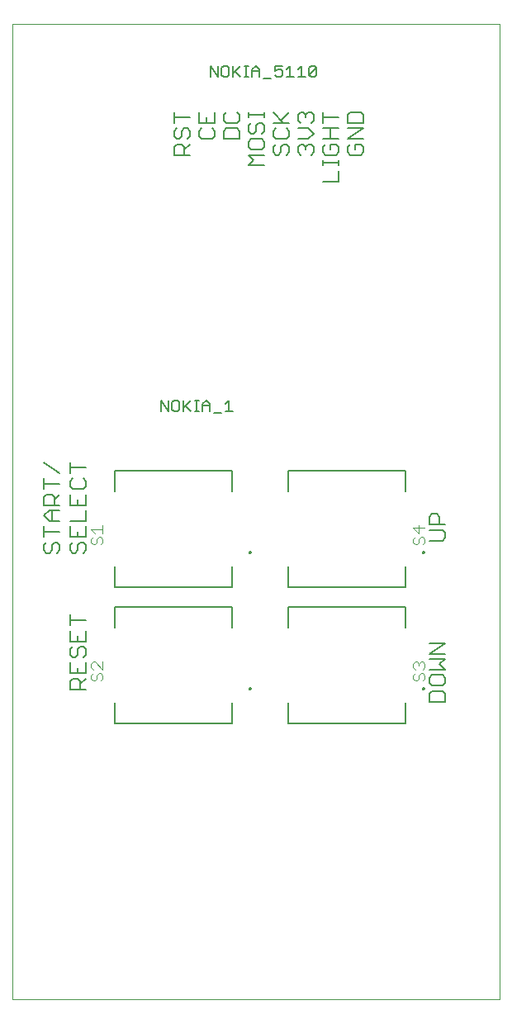
<source format=gto>
G75*
%MOIN*%
%OFA0B0*%
%FSLAX25Y25*%
%IPPOS*%
%LPD*%
%AMOC8*
5,1,8,0,0,1.08239X$1,22.5*
%
%ADD10C,0.00000*%
%ADD11C,0.00600*%
%ADD12C,0.00500*%
%ADD13C,0.00787*%
%ADD14C,0.00400*%
D10*
X0052595Y0023933D02*
X0052595Y0417634D01*
X0249446Y0417634D01*
X0249446Y0023933D01*
X0052595Y0023933D01*
D11*
X0075890Y0149233D02*
X0075890Y0152436D01*
X0076957Y0153503D01*
X0079092Y0153503D01*
X0080160Y0152436D01*
X0080160Y0149233D01*
X0082295Y0149233D02*
X0075890Y0149233D01*
X0075890Y0155679D02*
X0082295Y0155679D01*
X0082295Y0159949D01*
X0081228Y0162124D02*
X0082295Y0163192D01*
X0082295Y0165327D01*
X0081228Y0166394D01*
X0080160Y0166394D01*
X0079092Y0165327D01*
X0079092Y0163192D01*
X0078025Y0162124D01*
X0076957Y0162124D01*
X0075890Y0163192D01*
X0075890Y0165327D01*
X0076957Y0166394D01*
X0075890Y0168570D02*
X0082295Y0168570D01*
X0082295Y0172840D01*
X0079092Y0170705D02*
X0079092Y0168570D01*
X0075890Y0168570D02*
X0075890Y0172840D01*
X0075890Y0175015D02*
X0075890Y0179285D01*
X0075890Y0177150D02*
X0082295Y0177150D01*
X0075890Y0159949D02*
X0075890Y0155679D01*
X0079092Y0155679D02*
X0079092Y0157814D01*
X0082295Y0153503D02*
X0080160Y0151368D01*
X0081228Y0204233D02*
X0082295Y0205301D01*
X0082295Y0207436D01*
X0081228Y0208503D01*
X0080160Y0208503D01*
X0079092Y0207436D01*
X0079092Y0205301D01*
X0078025Y0204233D01*
X0076957Y0204233D01*
X0075890Y0205301D01*
X0075890Y0207436D01*
X0076957Y0208503D01*
X0075890Y0210679D02*
X0082295Y0210679D01*
X0082295Y0214949D01*
X0082295Y0217124D02*
X0082295Y0221394D01*
X0082295Y0223570D02*
X0082295Y0227840D01*
X0081228Y0230015D02*
X0082295Y0231083D01*
X0082295Y0233218D01*
X0081228Y0234285D01*
X0081228Y0230015D02*
X0076957Y0230015D01*
X0075890Y0231083D01*
X0075890Y0233218D01*
X0076957Y0234285D01*
X0075890Y0236461D02*
X0075890Y0240731D01*
X0075890Y0238596D02*
X0082295Y0238596D01*
X0075890Y0227840D02*
X0075890Y0223570D01*
X0082295Y0223570D01*
X0079092Y0223570D02*
X0079092Y0225705D01*
X0071795Y0227840D02*
X0069660Y0225705D01*
X0069660Y0226772D02*
X0069660Y0223570D01*
X0071795Y0223570D02*
X0065390Y0223570D01*
X0065390Y0226772D01*
X0066457Y0227840D01*
X0068592Y0227840D01*
X0069660Y0226772D01*
X0068592Y0221394D02*
X0068592Y0217124D01*
X0067525Y0217124D02*
X0065390Y0219259D01*
X0067525Y0221394D01*
X0071795Y0221394D01*
X0071795Y0217124D02*
X0067525Y0217124D01*
X0065390Y0214949D02*
X0065390Y0210679D01*
X0065390Y0212814D02*
X0071795Y0212814D01*
X0070728Y0208503D02*
X0071795Y0207436D01*
X0071795Y0205301D01*
X0070728Y0204233D01*
X0068592Y0205301D02*
X0068592Y0207436D01*
X0069660Y0208503D01*
X0070728Y0208503D01*
X0068592Y0205301D02*
X0067525Y0204233D01*
X0066457Y0204233D01*
X0065390Y0205301D01*
X0065390Y0207436D01*
X0066457Y0208503D01*
X0075890Y0210679D02*
X0075890Y0214949D01*
X0075890Y0217124D02*
X0082295Y0217124D01*
X0079092Y0212814D02*
X0079092Y0210679D01*
X0071795Y0232150D02*
X0065390Y0232150D01*
X0065390Y0230015D02*
X0065390Y0234285D01*
X0065390Y0240731D02*
X0071795Y0236461D01*
X0147890Y0360600D02*
X0150025Y0362735D01*
X0147890Y0364870D01*
X0154295Y0364870D01*
X0153228Y0367045D02*
X0154295Y0368113D01*
X0154295Y0370248D01*
X0153228Y0371315D01*
X0148957Y0371315D01*
X0147890Y0370248D01*
X0147890Y0368113D01*
X0148957Y0367045D01*
X0153228Y0367045D01*
X0153228Y0373491D02*
X0154295Y0374558D01*
X0154295Y0376693D01*
X0153228Y0377761D01*
X0152160Y0377761D01*
X0151092Y0376693D01*
X0151092Y0374558D01*
X0150025Y0373491D01*
X0148957Y0373491D01*
X0147890Y0374558D01*
X0147890Y0376693D01*
X0148957Y0377761D01*
X0147890Y0379936D02*
X0147890Y0382071D01*
X0147890Y0381004D02*
X0154295Y0381004D01*
X0154295Y0382071D02*
X0154295Y0379936D01*
X0157890Y0382058D02*
X0162160Y0377788D01*
X0161092Y0378855D02*
X0164295Y0382058D01*
X0167890Y0380990D02*
X0167890Y0378855D01*
X0168957Y0377788D01*
X0167890Y0375612D02*
X0172160Y0375612D01*
X0174295Y0373477D01*
X0172160Y0371342D01*
X0167890Y0371342D01*
X0168957Y0369167D02*
X0167890Y0368099D01*
X0167890Y0365964D01*
X0168957Y0364897D01*
X0171092Y0367032D02*
X0171092Y0368099D01*
X0172160Y0369167D01*
X0173228Y0369167D01*
X0174295Y0368099D01*
X0174295Y0365964D01*
X0173228Y0364897D01*
X0171092Y0368099D02*
X0170025Y0369167D01*
X0168957Y0369167D01*
X0164295Y0368099D02*
X0164295Y0365964D01*
X0163228Y0364897D01*
X0161092Y0365964D02*
X0161092Y0368099D01*
X0162160Y0369167D01*
X0163228Y0369167D01*
X0164295Y0368099D01*
X0163228Y0371342D02*
X0164295Y0372410D01*
X0164295Y0374545D01*
X0163228Y0375612D01*
X0164295Y0377788D02*
X0157890Y0377788D01*
X0158957Y0375612D02*
X0157890Y0374545D01*
X0157890Y0372410D01*
X0158957Y0371342D01*
X0163228Y0371342D01*
X0158957Y0369167D02*
X0157890Y0368099D01*
X0157890Y0365964D01*
X0158957Y0364897D01*
X0160025Y0364897D01*
X0161092Y0365964D01*
X0154295Y0360600D02*
X0147890Y0360600D01*
X0144295Y0371342D02*
X0137890Y0371342D01*
X0137890Y0374545D01*
X0138957Y0375612D01*
X0143228Y0375612D01*
X0144295Y0374545D01*
X0144295Y0371342D01*
X0143228Y0377788D02*
X0144295Y0378855D01*
X0144295Y0380990D01*
X0143228Y0382058D01*
X0143228Y0377788D02*
X0138957Y0377788D01*
X0137890Y0378855D01*
X0137890Y0380990D01*
X0138957Y0382058D01*
X0134295Y0382058D02*
X0134295Y0377788D01*
X0127890Y0377788D01*
X0127890Y0382058D01*
X0131092Y0379923D02*
X0131092Y0377788D01*
X0128957Y0375612D02*
X0127890Y0374545D01*
X0127890Y0372410D01*
X0128957Y0371342D01*
X0133228Y0371342D01*
X0134295Y0372410D01*
X0134295Y0374545D01*
X0133228Y0375612D01*
X0124295Y0374545D02*
X0124295Y0372410D01*
X0123228Y0371342D01*
X0121092Y0372410D02*
X0121092Y0374545D01*
X0122160Y0375612D01*
X0123228Y0375612D01*
X0124295Y0374545D01*
X0121092Y0372410D02*
X0120025Y0371342D01*
X0118957Y0371342D01*
X0117890Y0372410D01*
X0117890Y0374545D01*
X0118957Y0375612D01*
X0117890Y0377788D02*
X0117890Y0382058D01*
X0117890Y0379923D02*
X0124295Y0379923D01*
X0124295Y0369167D02*
X0122160Y0367032D01*
X0122160Y0368099D02*
X0122160Y0364897D01*
X0124295Y0364897D02*
X0117890Y0364897D01*
X0117890Y0368099D01*
X0118957Y0369167D01*
X0121092Y0369167D01*
X0122160Y0368099D01*
X0167890Y0380990D02*
X0168957Y0382058D01*
X0170025Y0382058D01*
X0171092Y0380990D01*
X0172160Y0382058D01*
X0173228Y0382058D01*
X0174295Y0380990D01*
X0174295Y0378855D01*
X0173228Y0377788D01*
X0171092Y0379923D02*
X0171092Y0380990D01*
X0177890Y0379923D02*
X0184295Y0379923D01*
X0187890Y0380990D02*
X0187890Y0377788D01*
X0194295Y0377788D01*
X0194295Y0380990D01*
X0193228Y0382058D01*
X0188957Y0382058D01*
X0187890Y0380990D01*
X0187890Y0375612D02*
X0194295Y0375612D01*
X0187890Y0371342D01*
X0194295Y0371342D01*
X0193228Y0369167D02*
X0191092Y0369167D01*
X0191092Y0367032D01*
X0188957Y0369167D02*
X0187890Y0368099D01*
X0187890Y0365964D01*
X0188957Y0364897D01*
X0193228Y0364897D01*
X0194295Y0365964D01*
X0194295Y0368099D01*
X0193228Y0369167D01*
X0184295Y0368099D02*
X0184295Y0365964D01*
X0183228Y0364897D01*
X0178957Y0364897D01*
X0177890Y0365964D01*
X0177890Y0368099D01*
X0178957Y0369167D01*
X0181092Y0369167D02*
X0181092Y0367032D01*
X0181092Y0369167D02*
X0183228Y0369167D01*
X0184295Y0368099D01*
X0184295Y0371342D02*
X0177890Y0371342D01*
X0181092Y0371342D02*
X0181092Y0375612D01*
X0177890Y0375612D02*
X0184295Y0375612D01*
X0177890Y0377788D02*
X0177890Y0382058D01*
X0177890Y0362735D02*
X0177890Y0360600D01*
X0177890Y0361667D02*
X0184295Y0361667D01*
X0184295Y0360600D02*
X0184295Y0362735D01*
X0184295Y0358424D02*
X0184295Y0354154D01*
X0177890Y0354154D01*
X0221957Y0219949D02*
X0224092Y0219949D01*
X0225160Y0218881D01*
X0225160Y0215679D01*
X0227295Y0215679D02*
X0220890Y0215679D01*
X0220890Y0218881D01*
X0221957Y0219949D01*
X0220890Y0213503D02*
X0226228Y0213503D01*
X0227295Y0212436D01*
X0227295Y0210301D01*
X0226228Y0209233D01*
X0220890Y0209233D01*
X0220890Y0167840D02*
X0227295Y0167840D01*
X0220890Y0163570D01*
X0227295Y0163570D01*
X0227295Y0161394D02*
X0220890Y0161394D01*
X0220890Y0157124D02*
X0227295Y0157124D01*
X0225160Y0159259D01*
X0227295Y0161394D01*
X0226228Y0154949D02*
X0221957Y0154949D01*
X0220890Y0153881D01*
X0220890Y0151746D01*
X0221957Y0150679D01*
X0226228Y0150679D01*
X0227295Y0151746D01*
X0227295Y0153881D01*
X0226228Y0154949D01*
X0226228Y0148503D02*
X0221957Y0148503D01*
X0220890Y0147436D01*
X0220890Y0144233D01*
X0227295Y0144233D01*
X0227295Y0147436D01*
X0226228Y0148503D01*
D12*
X0141637Y0261383D02*
X0138634Y0261383D01*
X0140135Y0261383D02*
X0140135Y0265887D01*
X0138634Y0264386D01*
X0137033Y0260632D02*
X0134030Y0260632D01*
X0132429Y0261383D02*
X0132429Y0264386D01*
X0130927Y0265887D01*
X0129426Y0264386D01*
X0129426Y0261383D01*
X0127858Y0261383D02*
X0126357Y0261383D01*
X0127108Y0261383D02*
X0127108Y0265887D01*
X0127858Y0265887D02*
X0126357Y0265887D01*
X0124756Y0265887D02*
X0121753Y0262884D01*
X0122504Y0263635D02*
X0124756Y0261383D01*
X0121753Y0261383D02*
X0121753Y0265887D01*
X0120152Y0265136D02*
X0119401Y0265887D01*
X0117900Y0265887D01*
X0117149Y0265136D01*
X0117149Y0262134D01*
X0117900Y0261383D01*
X0119401Y0261383D01*
X0120152Y0262134D01*
X0120152Y0265136D01*
X0115548Y0265887D02*
X0115548Y0261383D01*
X0112545Y0265887D01*
X0112545Y0261383D01*
X0129426Y0263635D02*
X0132429Y0263635D01*
X0132545Y0396383D02*
X0132545Y0400887D01*
X0135548Y0396383D01*
X0135548Y0400887D01*
X0137149Y0400136D02*
X0137149Y0397134D01*
X0137900Y0396383D01*
X0139401Y0396383D01*
X0140152Y0397134D01*
X0140152Y0400136D01*
X0139401Y0400887D01*
X0137900Y0400887D01*
X0137149Y0400136D01*
X0141753Y0400887D02*
X0141753Y0396383D01*
X0141753Y0397884D02*
X0144756Y0400887D01*
X0146357Y0400887D02*
X0147858Y0400887D01*
X0147108Y0400887D02*
X0147108Y0396383D01*
X0147858Y0396383D02*
X0146357Y0396383D01*
X0144756Y0396383D02*
X0142504Y0398635D01*
X0149426Y0398635D02*
X0152429Y0398635D01*
X0152429Y0399386D02*
X0152429Y0396383D01*
X0154030Y0395632D02*
X0157033Y0395632D01*
X0158634Y0397134D02*
X0159385Y0396383D01*
X0160886Y0396383D01*
X0161637Y0397134D01*
X0161637Y0398635D01*
X0160886Y0399386D01*
X0160135Y0399386D01*
X0158634Y0398635D01*
X0158634Y0400887D01*
X0161637Y0400887D01*
X0163238Y0399386D02*
X0164739Y0400887D01*
X0164739Y0396383D01*
X0163238Y0396383D02*
X0166241Y0396383D01*
X0167842Y0396383D02*
X0170844Y0396383D01*
X0169343Y0396383D02*
X0169343Y0400887D01*
X0167842Y0399386D01*
X0172446Y0400136D02*
X0172446Y0397134D01*
X0175448Y0400136D01*
X0175448Y0397134D01*
X0174698Y0396383D01*
X0173196Y0396383D01*
X0172446Y0397134D01*
X0172446Y0400136D02*
X0173196Y0400887D01*
X0174698Y0400887D01*
X0175448Y0400136D01*
X0152429Y0399386D02*
X0150927Y0400887D01*
X0149426Y0399386D01*
X0149426Y0396383D01*
D13*
X0141217Y0237555D02*
X0093973Y0237555D01*
X0093973Y0229087D01*
X0093973Y0198780D02*
X0093973Y0190311D01*
X0141217Y0190311D01*
X0141217Y0198780D01*
X0148197Y0204547D02*
X0148199Y0204583D01*
X0148205Y0204618D01*
X0148215Y0204652D01*
X0148228Y0204685D01*
X0148245Y0204716D01*
X0148265Y0204745D01*
X0148288Y0204772D01*
X0148315Y0204796D01*
X0148343Y0204817D01*
X0148374Y0204835D01*
X0148407Y0204849D01*
X0148441Y0204860D01*
X0148476Y0204867D01*
X0148511Y0204870D01*
X0148547Y0204869D01*
X0148582Y0204864D01*
X0148616Y0204855D01*
X0148650Y0204843D01*
X0148681Y0204827D01*
X0148711Y0204807D01*
X0148739Y0204785D01*
X0148764Y0204759D01*
X0148785Y0204731D01*
X0148804Y0204701D01*
X0148819Y0204669D01*
X0148831Y0204635D01*
X0148839Y0204600D01*
X0148843Y0204565D01*
X0148843Y0204529D01*
X0148839Y0204494D01*
X0148831Y0204459D01*
X0148819Y0204425D01*
X0148804Y0204393D01*
X0148785Y0204363D01*
X0148764Y0204335D01*
X0148739Y0204309D01*
X0148711Y0204287D01*
X0148682Y0204267D01*
X0148650Y0204251D01*
X0148616Y0204239D01*
X0148582Y0204230D01*
X0148547Y0204225D01*
X0148511Y0204224D01*
X0148476Y0204227D01*
X0148441Y0204234D01*
X0148407Y0204245D01*
X0148374Y0204259D01*
X0148343Y0204277D01*
X0148315Y0204298D01*
X0148288Y0204322D01*
X0148265Y0204349D01*
X0148245Y0204378D01*
X0148228Y0204409D01*
X0148215Y0204442D01*
X0148205Y0204476D01*
X0148199Y0204511D01*
X0148197Y0204547D01*
X0141217Y0182555D02*
X0141217Y0174087D01*
X0141217Y0182555D02*
X0093973Y0182555D01*
X0093973Y0174087D01*
X0093973Y0143780D02*
X0093973Y0135311D01*
X0141217Y0135311D01*
X0141217Y0143780D01*
X0148197Y0149547D02*
X0148199Y0149583D01*
X0148205Y0149618D01*
X0148215Y0149652D01*
X0148228Y0149685D01*
X0148245Y0149716D01*
X0148265Y0149745D01*
X0148288Y0149772D01*
X0148315Y0149796D01*
X0148343Y0149817D01*
X0148374Y0149835D01*
X0148407Y0149849D01*
X0148441Y0149860D01*
X0148476Y0149867D01*
X0148511Y0149870D01*
X0148547Y0149869D01*
X0148582Y0149864D01*
X0148616Y0149855D01*
X0148650Y0149843D01*
X0148681Y0149827D01*
X0148711Y0149807D01*
X0148739Y0149785D01*
X0148764Y0149759D01*
X0148785Y0149731D01*
X0148804Y0149701D01*
X0148819Y0149669D01*
X0148831Y0149635D01*
X0148839Y0149600D01*
X0148843Y0149565D01*
X0148843Y0149529D01*
X0148839Y0149494D01*
X0148831Y0149459D01*
X0148819Y0149425D01*
X0148804Y0149393D01*
X0148785Y0149363D01*
X0148764Y0149335D01*
X0148739Y0149309D01*
X0148711Y0149287D01*
X0148682Y0149267D01*
X0148650Y0149251D01*
X0148616Y0149239D01*
X0148582Y0149230D01*
X0148547Y0149225D01*
X0148511Y0149224D01*
X0148476Y0149227D01*
X0148441Y0149234D01*
X0148407Y0149245D01*
X0148374Y0149259D01*
X0148343Y0149277D01*
X0148315Y0149298D01*
X0148288Y0149322D01*
X0148265Y0149349D01*
X0148245Y0149378D01*
X0148228Y0149409D01*
X0148215Y0149442D01*
X0148205Y0149476D01*
X0148199Y0149511D01*
X0148197Y0149547D01*
X0163973Y0143780D02*
X0163973Y0135311D01*
X0211217Y0135311D01*
X0211217Y0143780D01*
X0218197Y0149547D02*
X0218199Y0149583D01*
X0218205Y0149618D01*
X0218215Y0149652D01*
X0218228Y0149685D01*
X0218245Y0149716D01*
X0218265Y0149745D01*
X0218288Y0149772D01*
X0218315Y0149796D01*
X0218343Y0149817D01*
X0218374Y0149835D01*
X0218407Y0149849D01*
X0218441Y0149860D01*
X0218476Y0149867D01*
X0218511Y0149870D01*
X0218547Y0149869D01*
X0218582Y0149864D01*
X0218616Y0149855D01*
X0218650Y0149843D01*
X0218681Y0149827D01*
X0218711Y0149807D01*
X0218739Y0149785D01*
X0218764Y0149759D01*
X0218785Y0149731D01*
X0218804Y0149701D01*
X0218819Y0149669D01*
X0218831Y0149635D01*
X0218839Y0149600D01*
X0218843Y0149565D01*
X0218843Y0149529D01*
X0218839Y0149494D01*
X0218831Y0149459D01*
X0218819Y0149425D01*
X0218804Y0149393D01*
X0218785Y0149363D01*
X0218764Y0149335D01*
X0218739Y0149309D01*
X0218711Y0149287D01*
X0218682Y0149267D01*
X0218650Y0149251D01*
X0218616Y0149239D01*
X0218582Y0149230D01*
X0218547Y0149225D01*
X0218511Y0149224D01*
X0218476Y0149227D01*
X0218441Y0149234D01*
X0218407Y0149245D01*
X0218374Y0149259D01*
X0218343Y0149277D01*
X0218315Y0149298D01*
X0218288Y0149322D01*
X0218265Y0149349D01*
X0218245Y0149378D01*
X0218228Y0149409D01*
X0218215Y0149442D01*
X0218205Y0149476D01*
X0218199Y0149511D01*
X0218197Y0149547D01*
X0211217Y0174087D02*
X0211217Y0182555D01*
X0163973Y0182555D01*
X0163973Y0174087D01*
X0163973Y0190311D02*
X0163973Y0198780D01*
X0163973Y0190311D02*
X0211217Y0190311D01*
X0211217Y0198780D01*
X0218197Y0204547D02*
X0218199Y0204583D01*
X0218205Y0204618D01*
X0218215Y0204652D01*
X0218228Y0204685D01*
X0218245Y0204716D01*
X0218265Y0204745D01*
X0218288Y0204772D01*
X0218315Y0204796D01*
X0218343Y0204817D01*
X0218374Y0204835D01*
X0218407Y0204849D01*
X0218441Y0204860D01*
X0218476Y0204867D01*
X0218511Y0204870D01*
X0218547Y0204869D01*
X0218582Y0204864D01*
X0218616Y0204855D01*
X0218650Y0204843D01*
X0218681Y0204827D01*
X0218711Y0204807D01*
X0218739Y0204785D01*
X0218764Y0204759D01*
X0218785Y0204731D01*
X0218804Y0204701D01*
X0218819Y0204669D01*
X0218831Y0204635D01*
X0218839Y0204600D01*
X0218843Y0204565D01*
X0218843Y0204529D01*
X0218839Y0204494D01*
X0218831Y0204459D01*
X0218819Y0204425D01*
X0218804Y0204393D01*
X0218785Y0204363D01*
X0218764Y0204335D01*
X0218739Y0204309D01*
X0218711Y0204287D01*
X0218682Y0204267D01*
X0218650Y0204251D01*
X0218616Y0204239D01*
X0218582Y0204230D01*
X0218547Y0204225D01*
X0218511Y0204224D01*
X0218476Y0204227D01*
X0218441Y0204234D01*
X0218407Y0204245D01*
X0218374Y0204259D01*
X0218343Y0204277D01*
X0218315Y0204298D01*
X0218288Y0204322D01*
X0218265Y0204349D01*
X0218245Y0204378D01*
X0218228Y0204409D01*
X0218215Y0204442D01*
X0218205Y0204476D01*
X0218199Y0204511D01*
X0218197Y0204547D01*
X0211217Y0229087D02*
X0211217Y0237555D01*
X0163973Y0237555D01*
X0163973Y0229087D01*
X0141217Y0229087D02*
X0141217Y0237555D01*
D14*
X0089092Y0215281D02*
X0089092Y0212212D01*
X0089092Y0213746D02*
X0084488Y0213746D01*
X0086023Y0212212D01*
X0085255Y0210677D02*
X0084488Y0209910D01*
X0084488Y0208375D01*
X0085255Y0207608D01*
X0086023Y0207608D01*
X0086790Y0208375D01*
X0086790Y0209910D01*
X0087557Y0210677D01*
X0088325Y0210677D01*
X0089092Y0209910D01*
X0089092Y0208375D01*
X0088325Y0207608D01*
X0089092Y0160281D02*
X0089092Y0157212D01*
X0086023Y0160281D01*
X0085255Y0160281D01*
X0084488Y0159514D01*
X0084488Y0157979D01*
X0085255Y0157212D01*
X0085255Y0155677D02*
X0084488Y0154910D01*
X0084488Y0153375D01*
X0085255Y0152608D01*
X0086023Y0152608D01*
X0086790Y0153375D01*
X0086790Y0154910D01*
X0087557Y0155677D01*
X0088325Y0155677D01*
X0089092Y0154910D01*
X0089092Y0153375D01*
X0088325Y0152608D01*
X0214488Y0153375D02*
X0215255Y0152608D01*
X0216023Y0152608D01*
X0216790Y0153375D01*
X0216790Y0154910D01*
X0217557Y0155677D01*
X0218325Y0155677D01*
X0219092Y0154910D01*
X0219092Y0153375D01*
X0218325Y0152608D01*
X0214488Y0153375D02*
X0214488Y0154910D01*
X0215255Y0155677D01*
X0215255Y0157212D02*
X0214488Y0157979D01*
X0214488Y0159514D01*
X0215255Y0160281D01*
X0216023Y0160281D01*
X0216790Y0159514D01*
X0217557Y0160281D01*
X0218325Y0160281D01*
X0219092Y0159514D01*
X0219092Y0157979D01*
X0218325Y0157212D01*
X0216790Y0158746D02*
X0216790Y0159514D01*
X0216023Y0207608D02*
X0216790Y0208375D01*
X0216790Y0209910D01*
X0217557Y0210677D01*
X0218325Y0210677D01*
X0219092Y0209910D01*
X0219092Y0208375D01*
X0218325Y0207608D01*
X0216023Y0207608D02*
X0215255Y0207608D01*
X0214488Y0208375D01*
X0214488Y0209910D01*
X0215255Y0210677D01*
X0216790Y0212212D02*
X0216790Y0215281D01*
X0214488Y0214514D02*
X0216790Y0212212D01*
X0219092Y0214514D02*
X0214488Y0214514D01*
M02*

</source>
